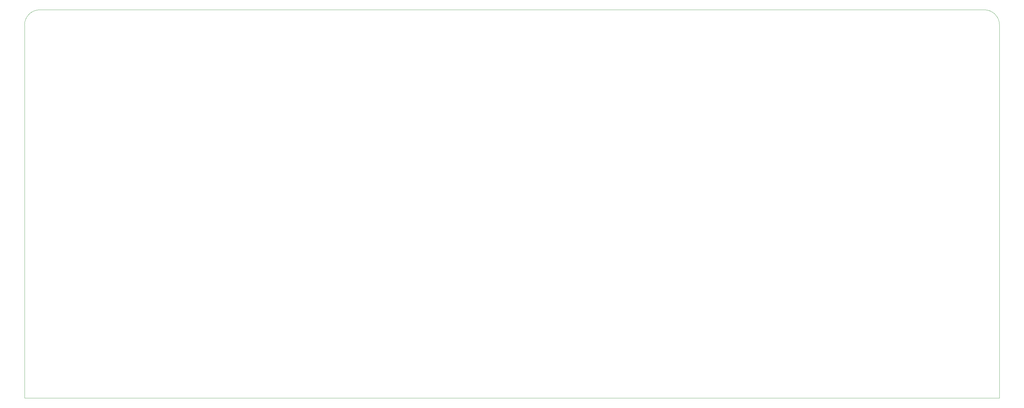
<source format=gm1>
G04 #@! TF.GenerationSoftware,KiCad,Pcbnew,(6.0.0-0)*
G04 #@! TF.CreationDate,2022-10-18T11:22:14+02:00*
G04 #@! TF.ProjectId,lagom,6c61676f-6d2e-46b6-9963-61645f706362,rev?*
G04 #@! TF.SameCoordinates,Original*
G04 #@! TF.FileFunction,Profile,NP*
%FSLAX46Y46*%
G04 Gerber Fmt 4.6, Leading zero omitted, Abs format (unit mm)*
G04 Created by KiCad (PCBNEW (6.0.0-0)) date 2022-10-18 11:22:14*
%MOMM*%
%LPD*%
G01*
G04 APERTURE LIST*
G04 #@! TA.AperFunction,Profile*
%ADD10C,0.100000*%
G04 #@! TD*
G04 APERTURE END LIST*
D10*
X57300000Y-35812500D02*
G75*
G03*
X52525000Y-40587500I0J-4775000D01*
G01*
X52525000Y-157575000D02*
X358125000Y-157575000D01*
X52525000Y-40587500D02*
X52525000Y-157575000D01*
X353350000Y-35812500D02*
X57300000Y-35812500D01*
X358125000Y-157575000D02*
X358125000Y-40587500D01*
X358125000Y-40587500D02*
G75*
G03*
X353350000Y-35812500I-4775000J0D01*
G01*
M02*

</source>
